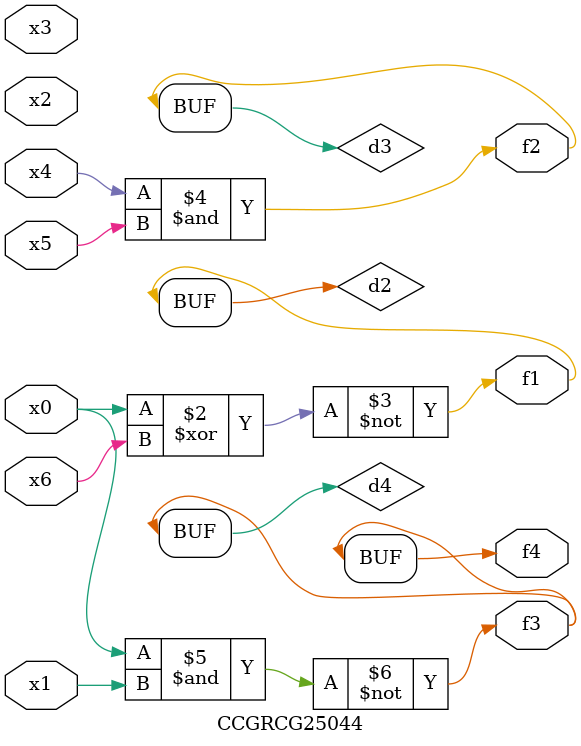
<source format=v>
module CCGRCG25044(
	input x0, x1, x2, x3, x4, x5, x6,
	output f1, f2, f3, f4
);

	wire d1, d2, d3, d4;

	nor (d1, x0);
	xnor (d2, x0, x6);
	and (d3, x4, x5);
	nand (d4, x0, x1);
	assign f1 = d2;
	assign f2 = d3;
	assign f3 = d4;
	assign f4 = d4;
endmodule

</source>
